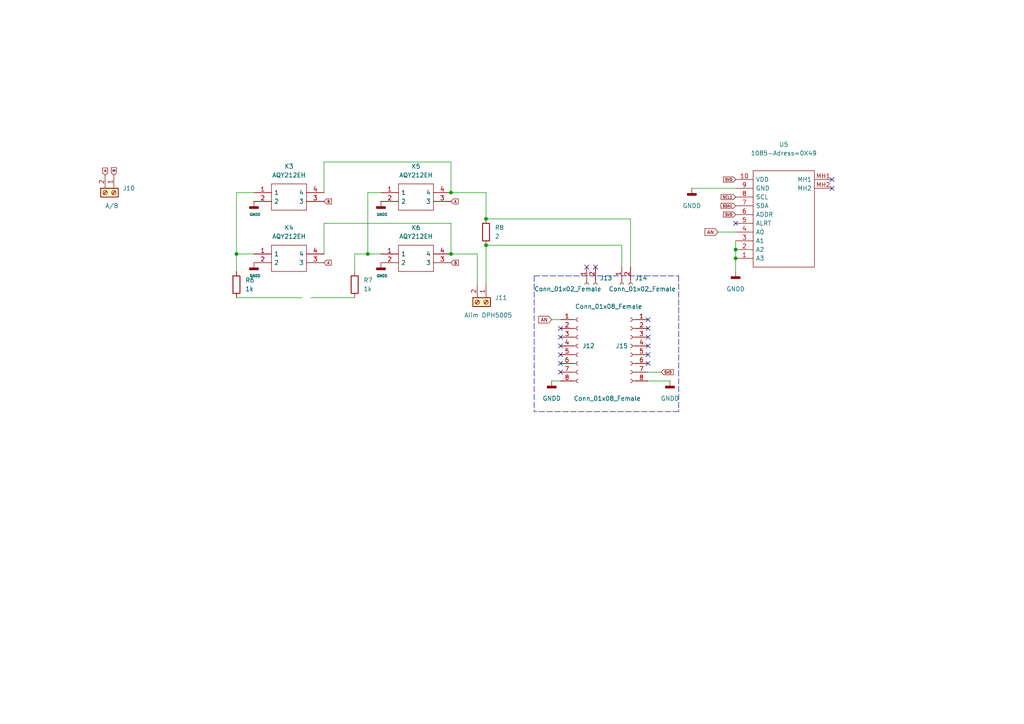
<source format=kicad_sch>
(kicad_sch (version 20211123) (generator eeschema)
  (paper "A4")
  (lib_symbols
    (symbol "1085_1" (pin_names (offset 0.762))
      (property "Reference" "IC" (at 24.13 7.62 0))
      (property "Value" "1085_1" (at 24.13 5.08 0))
      (symbol "1085_1_0_0"
        (pin passive line (at 0 -22.86 0) (length 5.08) (name "A3") (number "1"))
        (pin passive line (at 0 0 0) (length 5.08) (name "VDD") (number "10"))
        (pin passive line (at 0 -20.32 0) (length 5.08) (name "A2") (number "2"))
        (pin passive line (at 0 -17.78 0) (length 5.08) (name "A1") (number "3"))
        (pin passive line (at 0 -15.24 0) (length 5.08) (name "A0") (number "4"))
        (pin passive line (at 0 -12.7 0) (length 5.08) (name "ALRT") (number "5"))
        (pin passive line (at 0 -10.16 0) (length 5.08) (name "ADDR") (number "6"))
        (pin passive line (at 0 -7.62 0) (length 5.08) (name "SDA") (number "7"))
        (pin passive line (at 0 -5.08 0) (length 5.08) (name "SCL") (number "8"))
        (pin passive line (at 0 -2.54 0) (length 5.08) (name "GND") (number "9"))
        (pin passive line (at 27.94 0 180) (length 5.08) (name "MH1") (number "MH1"))
        (pin passive line (at 27.94 -2.54 180) (length 5.08) (name "MH2") (number "MH2"))
      )
      (symbol "1085_1_0_1"
        (polyline (pts (xy 5.08 2.54) (xy 22.86 2.54) (xy 22.86 -25.4) (xy 5.08 -25.4) (xy 5.08 2.54)) (stroke (width 0.1524)))
      )
    )
    (symbol "AQY211EH:AQY211EH" (pin_names (offset 0.762))
      (property "Reference" "K" (at 16.51 7.62 0))
      (property "Value" "AQY211EH" (at 16.51 5.08 0))
      (symbol "AQY211EH_0_0"
        (pin passive line (at 0 0 0) (length 5.08) (name "1") (number "1"))
        (pin passive line (at 0 -2.54 0) (length 5.08) (name "2") (number "2"))
        (pin passive line (at 20.32 -2.54 180) (length 5.08) (name "3") (number "3"))
        (pin passive line (at 20.32 0 180) (length 5.08) (name "4") (number "4"))
      )
      (symbol "AQY211EH_0_1"
        (polyline (pts (xy 5.08 2.54) (xy 15.24 2.54) (xy 15.24 -5.08) (xy 5.08 -5.08) (xy 5.08 2.54)) (stroke (width 0.1524)))
      )
    )
    (symbol "Connector:Conn_01x02_Female" (pin_names (offset 1.016) hide)
      (property "Reference" "J" (at 0 2.54 0))
      (property "Value" "Conn_01x02_Female" (at 0 -5.08 0))
      (symbol "Conn_01x02_Female_1_1"
        (arc (start 0 -2.032) (mid -0.508 -2.54) (end 0 -3.048) (stroke (width 0.1524)))
        (polyline (pts (xy -1.27 -2.54) (xy -0.508 -2.54)) (stroke (width 0.1524)))
        (polyline (pts (xy -1.27 0) (xy -0.508 0)) (stroke (width 0.1524)))
        (arc (start 0 0.508) (mid -0.508 0) (end 0 -0.508) (stroke (width 0.1524)))
        (pin passive line (at -5.08 0 0) (length 3.81) (name "Pin_1") (number "1"))
        (pin passive line (at -5.08 -2.54 0) (length 3.81) (name "Pin_2") (number "2"))
      )
    )
    (symbol "Connector:Conn_01x08_Female" (pin_names (offset 1.016) hide)
      (property "Reference" "J" (at 0 10.16 0))
      (property "Value" "Conn_01x08_Female" (at 0 -12.7 0))
      (symbol "Conn_01x08_Female_1_1"
        (arc (start 0 -9.652) (mid -0.508 -10.16) (end 0 -10.668) (stroke (width 0.1524)))
        (arc (start 0 -7.112) (mid -0.508 -7.62) (end 0 -8.128) (stroke (width 0.1524)))
        (arc (start 0 -4.572) (mid -0.508 -5.08) (end 0 -5.588) (stroke (width 0.1524)))
        (arc (start 0 -2.032) (mid -0.508 -2.54) (end 0 -3.048) (stroke (width 0.1524)))
        (polyline (pts (xy -1.27 -10.16) (xy -0.508 -10.16)) (stroke (width 0.1524)))
        (polyline (pts (xy -1.27 -7.62) (xy -0.508 -7.62)) (stroke (width 0.1524)))
        (polyline (pts (xy -1.27 -5.08) (xy -0.508 -5.08)) (stroke (width 0.1524)))
        (polyline (pts (xy -1.27 -2.54) (xy -0.508 -2.54)) (stroke (width 0.1524)))
        (polyline (pts (xy -1.27 0) (xy -0.508 0)) (stroke (width 0.1524)))
        (polyline (pts (xy -1.27 2.54) (xy -0.508 2.54)) (stroke (width 0.1524)))
        (polyline (pts (xy -1.27 5.08) (xy -0.508 5.08)) (stroke (width 0.1524)))
        (polyline (pts (xy -1.27 7.62) (xy -0.508 7.62)) (stroke (width 0.1524)))
        (arc (start 0 0.508) (mid -0.508 0) (end 0 -0.508) (stroke (width 0.1524)))
        (arc (start 0 3.048) (mid -0.508 2.54) (end 0 2.032) (stroke (width 0.1524)))
        (arc (start 0 5.588) (mid -0.508 5.08) (end 0 4.572) (stroke (width 0.1524)))
        (arc (start 0 8.128) (mid -0.508 7.62) (end 0 7.112) (stroke (width 0.1524)))
        (pin passive line (at -5.08 7.62 0) (length 3.81) (name "Pin_1") (number "1"))
        (pin passive line (at -5.08 5.08 0) (length 3.81) (name "Pin_2") (number "2"))
        (pin passive line (at -5.08 2.54 0) (length 3.81) (name "Pin_3") (number "3"))
        (pin passive line (at -5.08 0 0) (length 3.81) (name "Pin_4") (number "4"))
        (pin passive line (at -5.08 -2.54 0) (length 3.81) (name "Pin_5") (number "5"))
        (pin passive line (at -5.08 -5.08 0) (length 3.81) (name "Pin_6") (number "6"))
        (pin passive line (at -5.08 -7.62 0) (length 3.81) (name "Pin_7") (number "7"))
        (pin passive line (at -5.08 -10.16 0) (length 3.81) (name "Pin_8") (number "8"))
      )
    )
    (symbol "Connector:Screw_Terminal_01x02" (pin_names (offset 1.016) hide)
      (property "Reference" "J" (at 0 2.54 0))
      (property "Value" "Screw_Terminal_01x02" (at 0 -5.08 0))
      (symbol "Screw_Terminal_01x02_1_1"
        (rectangle (start -1.27 1.27) (end 1.27 -3.81) (stroke (width 0.254)) (fill (type background)))
        (circle (center 0 -2.54) (radius 0.635) (stroke (width 0.1524)))
        (polyline (pts (xy -0.5334 -2.2098) (xy 0.3302 -3.048)) (stroke (width 0.1524)))
        (polyline (pts (xy -0.5334 0.3302) (xy 0.3302 -0.508)) (stroke (width 0.1524)))
        (polyline (pts (xy -0.3556 -2.032) (xy 0.508 -2.8702)) (stroke (width 0.1524)))
        (polyline (pts (xy -0.3556 0.508) (xy 0.508 -0.3302)) (stroke (width 0.1524)))
        (circle (center 0 0) (radius 0.635) (stroke (width 0.1524)))
        (pin passive line (at -5.08 0 0) (length 3.81) (name "Pin_1") (number "1"))
        (pin passive line (at -5.08 -2.54 0) (length 3.81) (name "Pin_2") (number "2"))
      )
    )
    (symbol "Device:R" (pin_numbers hide) (pin_names (offset 0))
      (property "Reference" "R" (at 2.032 0 90))
      (property "Value" "R" (at 0 0 90))
      (symbol "R_0_1"
        (rectangle (start -1.016 -2.54) (end 1.016 2.54) (stroke (width 0.254)))
      )
      (symbol "R_1_1"
        (pin passive line (at 0 3.81 270) (length 1.27) (name "~") (number "1"))
        (pin passive line (at 0 -3.81 90) (length 1.27) (name "~") (number "2"))
      )
    )
    (symbol "power:GNDD" (power) (pin_names (offset 0))
      (property "Value" "GNDD" (at 0 -3.175 0))
      (symbol "GNDD_0_1"
        (rectangle (start -1.27 -1.524) (end 1.27 -2.032) (stroke (width 0.254)) (fill (type outline)))
        (polyline (pts (xy 0 0) (xy 0 -1.524)))
      )
      (symbol "GNDD_1_1"
        (pin power_in line (at 0 0 270) (length 0) hide (name "GNDD") (number "1"))
      )
    )
  )
  (junction (at 106.68 73.66))
  (junction (at 130.81 73.66))
  (junction (at 213.36 74.93))
  (junction (at 140.97 63.5))
  (junction (at 140.97 71.12))
  (junction (at 130.81 55.88))
  (junction (at 68.58 73.66))
  (junction (at 213.36 72.39))
  (no_connect (at 213.36 64.77))
  (no_connect (at 170.18 77.47))
  (no_connect (at 241.3 54.61))
  (no_connect (at 187.96 92.71))
  (no_connect (at 162.56 95.25))
  (no_connect (at 241.3 52.07))
  (no_connect (at 187.96 95.25))
  (no_connect (at 162.56 105.41))
  (no_connect (at 162.56 107.95))
  (no_connect (at 172.72 77.47))
  (no_connect (at 187.96 105.41))
  (no_connect (at 187.96 102.87))
  (no_connect (at 187.96 97.79))
  (no_connect (at 162.56 100.33))
  (no_connect (at 187.96 100.33))
  (no_connect (at 162.56 102.87))
  (no_connect (at 162.56 97.79))
  (wire (pts (xy 140.97 71.12) (xy 140.97 82.55)))
  (wire (pts (xy 68.58 73.66) (xy 68.58 78.74)))
  (wire (pts (xy 208.28 67.31) (xy 213.36 67.31)))
  (polyline (pts (xy 196.85 119.38) (xy 154.94 119.38)))
  (wire (pts (xy 182.88 77.47) (xy 182.88 63.5)))
  (wire (pts (xy 187.96 110.49) (xy 194.31 110.49)))
  (wire (pts (xy 73.66 55.88) (xy 68.58 55.88)))
  (wire (pts (xy 140.97 55.88) (xy 140.97 63.5)))
  (wire (pts (xy 93.98 64.77) (xy 130.81 64.77)))
  (polyline (pts (xy 154.94 80.01) (xy 154.94 119.38)))
  (wire (pts (xy 68.58 55.88) (xy 68.58 73.66)))
  (wire (pts (xy 160.02 92.71) (xy 162.56 92.71)))
  (wire (pts (xy 106.68 73.66) (xy 110.49 73.66)))
  (wire (pts (xy 130.81 64.77) (xy 130.81 73.66)))
  (wire (pts (xy 68.58 73.66) (xy 73.66 73.66)))
  (wire (pts (xy 130.81 55.88) (xy 140.97 55.88)))
  (wire (pts (xy 93.98 64.77) (xy 93.98 73.66)))
  (polyline (pts (xy 154.94 80.01) (xy 196.85 80.01)))
  (wire (pts (xy 102.87 73.66) (xy 106.68 73.66)))
  (wire (pts (xy 93.98 46.99) (xy 93.98 55.88)))
  (wire (pts (xy 68.58 86.36) (xy 87.63 86.36)))
  (wire (pts (xy 140.97 71.12) (xy 180.34 71.12)))
  (wire (pts (xy 160.02 110.49) (xy 162.56 110.49)))
  (wire (pts (xy 138.43 82.55) (xy 138.43 73.66)))
  (wire (pts (xy 102.87 73.66) (xy 102.87 78.74)))
  (wire (pts (xy 213.36 69.85) (xy 213.36 72.39)))
  (wire (pts (xy 180.34 71.12) (xy 180.34 77.47)))
  (wire (pts (xy 93.98 46.99) (xy 130.81 46.99)))
  (polyline (pts (xy 196.85 80.01) (xy 196.85 119.38)))
  (wire (pts (xy 110.49 55.88) (xy 106.68 55.88)))
  (wire (pts (xy 200.66 54.61) (xy 213.36 54.61)))
  (wire (pts (xy 213.36 72.39) (xy 213.36 74.93)))
  (wire (pts (xy 130.81 46.99) (xy 130.81 55.88)))
  (wire (pts (xy 138.43 73.66) (xy 130.81 73.66)))
  (wire (pts (xy 182.88 63.5) (xy 140.97 63.5)))
  (wire (pts (xy 213.36 74.93) (xy 213.36 78.74)))
  (wire (pts (xy 106.68 55.88) (xy 106.68 73.66)))
  (wire (pts (xy 90.17 86.36) (xy 102.87 86.36)))
  (wire (pts (xy 187.96 107.95) (xy 191.77 107.95)))
  (global_label "A" (shape input) (at 130.81 58.42 0) (effects (font (size 0.75 0.75))) (property "Intersheet References" "${INTERSHEET_REFS}" (effects hide)))
  (global_label "B" (shape input) (at 93.98 58.42 0) (effects (font (size 0.75 0.75))) (property "Intersheet References" "${INTERSHEET_REFS}" (effects hide)))
  (global_label "A" (shape input) (at 30.48 50.8 90) (effects (font (size 0.75 0.75))) (property "Intersheet References" "${INTERSHEET_REFS}" (effects hide)))
  (global_label "B" (shape input) (at 130.81 76.2 0) (effects (font (size 0.75 0.75))) (property "Intersheet References" "${INTERSHEET_REFS}" (effects hide)))
  (global_label "SCL1" (shape input) (at 213.36 57.15 180) (effects (font (size 0.75 0.75))) (property "Intersheet References" "${INTERSHEET_REFS}" (effects hide)))
  (global_label "5VD" (shape input) (at 213.36 52.07 180) (effects (font (size 0.75 0.75))) (property "Intersheet References" "${INTERSHEET_REFS}" (effects hide)))
  (global_label "5VD" (shape input) (at 191.77 107.95 0) (effects (font (size 0.75 0.75))) (property "Intersheet References" "${INTERSHEET_REFS}" (effects hide)))
  (global_label "A" (shape input) (at 93.98 76.2 0) (effects (font (size 0.75 0.75))) (property "Intersheet References" "${INTERSHEET_REFS}" (effects hide)))
  (global_label "SDA1" (shape input) (at 213.36 59.69 180) (effects (font (size 0.75 0.75))) (property "Intersheet References" "${INTERSHEET_REFS}" (effects hide)))
  (global_label "AN" (shape input) (at 208.28 67.31 180) (effects (font (size 1 1))) (property "Intersheet References" "${INTERSHEET_REFS}" (effects hide)))
  (global_label "5VD" (shape input) (at 213.36 62.23 180) (effects (font (size 0.75 0.75))) (property "Intersheet References" "${INTERSHEET_REFS}" (effects hide)))
  (global_label "AN" (shape input) (at 160.02 92.71 180) (effects (font (size 1 1))) (property "Intersheet References" "${INTERSHEET_REFS}" (effects hide)))
  (global_label "B" (shape input) (at 33.02 50.8 90) (effects (font (size 0.75 0.75))) (property "Intersheet References" "${INTERSHEET_REFS}" (effects hide)))
  (symbol (lib_id "AQY211EH:AQY211EH") (at 73.66 55.88 0) (unit 1)
    (property "Reference" "K3" (at 83.82 48.26 0))
    (property "Value" "AQY212EH" (at 83.82 50.8 0))
    (property "Footprint" "AQY211EH:DIP762W47P254L478H340Q4N" (effects hide))
    (property "Datasheet" "https://industrial.panasonic.com/ac/cdn/e/control/relay/photomos/catalog/semi_eng_ge1a_aqy21_e.pdf" (effects hide))
    (property "Description" "Relay" (effects hide))
    (property "Height" "3.4" (effects hide))
    (property "Manufacturer_Name" "Panasonic" (effects hide))
    (property "Manufacturer_Part_Number" "AQY211EH" (effects hide))
    (property "Mouser Part Number" "769-AQY211EH" (effects hide))
    (property "Mouser Price/Stock" "https://www.mouser.co.uk/ProductDetail/Panasonic-Industrial-Devices/AQY211EH?qs=wKtUvITRialGIU8hcM7DvQ%3D%3D" (effects hide))
    (property "Arrow Part Number" "AQY211EH" (effects hide))
    (property "Arrow Price/Stock" "https://www.arrow.com/en/products/aqy211eh/panasonic?region=nac" (effects hide))
  )
  (symbol (lib_id "Connector:Conn_01x02_Female") (at 170.18 82.55 90) (mirror x) (unit 1)
    (property "Reference" "J13" (at 173.99 80.6449 90) (effects (justify right)))
    (property "Value" "Conn_01x02_Female" (at 154.94 83.82 90) (effects (justify right)))
    (property "Footprint" "Connector_PinHeader_2.54mm:PinHeader_1x02_P2.54mm_Vertical" (effects hide))
  )
  (symbol (lib_id "power:GNDD") (at 200.66 54.61 0) (unit 1)
    (property "Reference" "#PWR036" (effects hide))
    (property "Value" "GNDD" (at 200.66 59.69 0))
  )
  (symbol (lib_id "AQY211EH:AQY211EH") (at 110.49 55.88 0) (unit 1)
    (property "Reference" "K5" (at 120.65 48.26 0))
    (property "Value" "AQY212EH" (at 120.65 50.8 0))
    (property "Footprint" "AQY211EH:DIP762W47P254L478H340Q4N" (effects hide))
    (property "Datasheet" "https://industrial.panasonic.com/ac/cdn/e/control/relay/photomos/catalog/semi_eng_ge1a_aqy21_e.pdf" (effects hide))
    (property "Description" "Relay" (effects hide))
    (property "Height" "3.4" (effects hide))
    (property "Manufacturer_Name" "Panasonic" (effects hide))
    (property "Manufacturer_Part_Number" "AQY211EH" (effects hide))
    (property "Mouser Part Number" "769-AQY211EH" (effects hide))
    (property "Mouser Price/Stock" "https://www.mouser.co.uk/ProductDetail/Panasonic-Industrial-Devices/AQY211EH?qs=wKtUvITRialGIU8hcM7DvQ%3D%3D" (effects hide))
    (property "Arrow Part Number" "AQY211EH" (effects hide))
    (property "Arrow Price/Stock" "https://www.arrow.com/en/products/aqy211eh/panasonic?region=nac" (effects hide))
  )
  (symbol (lib_id "power:GNDD") (at 110.49 76.2 0) (unit 1)
    (property "Reference" "#PWR026" (effects hide))
    (property "Value" "GNDD" (at 109.22 80.01 0) (effects (font (size 0.75 0.75)) (justify left)))
  )
  (symbol (lib_id "AQY211EH:AQY211EH") (at 110.49 73.66 0) (unit 1)
    (property "Reference" "K6" (at 120.65 66.04 0))
    (property "Value" "AQY212EH" (at 120.65 68.58 0))
    (property "Footprint" "AQY211EH:DIP762W47P254L478H340Q4N" (effects hide))
    (property "Datasheet" "https://industrial.panasonic.com/ac/cdn/e/control/relay/photomos/catalog/semi_eng_ge1a_aqy21_e.pdf" (effects hide))
    (property "Description" "Relay" (effects hide))
    (property "Height" "3.4" (effects hide))
    (property "Manufacturer_Name" "Panasonic" (effects hide))
    (property "Manufacturer_Part_Number" "AQY211EH" (effects hide))
    (property "Mouser Part Number" "769-AQY211EH" (effects hide))
    (property "Mouser Price/Stock" "https://www.mouser.co.uk/ProductDetail/Panasonic-Industrial-Devices/AQY211EH?qs=wKtUvITRialGIU8hcM7DvQ%3D%3D" (effects hide))
    (property "Arrow Part Number" "AQY211EH" (effects hide))
    (property "Arrow Price/Stock" "https://www.arrow.com/en/products/aqy211eh/panasonic?region=nac" (effects hide))
  )
  (symbol (lib_id "power:GNDD") (at 73.66 76.2 0) (unit 1)
    (property "Reference" "#PWR024" (effects hide))
    (property "Value" "GNDD" (at 72.39 80.01 0) (effects (font (size 0.75 0.75)) (justify left)))
  )
  (symbol (lib_id "Device:R") (at 102.87 82.55 0) (unit 1)
    (property "Reference" "R7" (at 105.41 81.2799 0) (effects (justify left)))
    (property "Value" "1k" (at 105.41 83.8199 0) (effects (justify left)))
    (property "Footprint" "Resistor_THT:R_Axial_DIN0207_L6.3mm_D2.5mm_P7.62mm_Horizontal" (effects hide))
  )
  (symbol (lib_id "power:GNDD") (at 73.66 58.42 0) (unit 1)
    (property "Reference" "#PWR023" (effects hide))
    (property "Value" "GNDD" (at 72.39 62.23 0) (effects (font (size 0.75 0.75)) (justify left)))
  )
  (symbol (lib_id "Connector:Screw_Terminal_01x02") (at 140.97 87.63 270) (unit 1)
    (property "Reference" "J11" (at 143.51 86.3599 90) (effects (justify left)))
    (property "Value" "Alim DPH5005" (at 134.62 91.44 90) (effects (justify left)))
    (property "Footprint" "TerminalBlock_Phoenix:TerminalBlock_Phoenix_MKDS-1,5-2-5.08_1x02_P5.08mm_Horizontal" (effects hide))
  )
  (symbol (lib_name "1085_1") (lib_id "1085:1085") (at 213.36 52.07 0) (unit 1)
    (property "Reference" "U5" (at 227.33 41.91 0))
    (property "Value" "1085-Adress=0X49" (at 227.33 44.45 0))
    (property "Footprint" "1085:1085" (effects hide))
    (property "Datasheet" "https://cdn-shop.adafruit.com/datasheets/ads1115.pdf" (effects hide))
    (property "MANUFACTURER" "Adafruit" (effects hide))
    (property "MAXIMUM_PACKAGE_HEIGHT" "N/A" (effects hide))
    (property "PARTREV" "N/A" (effects hide))
    (property "STANDARD" "Manufacturer Recommendations" (effects hide))
    (property "Description" "Data Conversion IC Development Tools ADS1115 16-Bit ADC - 4 Channel with Programmable Gain Amplifier" (effects hide))
    (property "Height" "5" (effects hide))
    (property "Manufacturer_Name" "Adafruit" (effects hide))
    (property "Manufacturer_Part_Number" "1085" (effects hide))
    (property "Mouser Part Number" "485-1085" (effects hide))
    (property "Mouser Price/Stock" "https://www.mouser.co.uk/ProductDetail/Adafruit/1085?qs=GURawfaeGuCW8oufi8WauA%3D%3D" (effects hide))
    (property "Arrow Part Number" "1085" (effects hide))
    (property "Arrow Price/Stock" "https://www.arrow.com/en/products/1085/adafruit-industries?region=nac" (effects hide))
  )
  (symbol (lib_id "Connector:Conn_01x02_Female") (at 180.34 82.55 90) (mirror x) (unit 1)
    (property "Reference" "J14" (at 184.15 80.6449 90) (effects (justify right)))
    (property "Value" "Conn_01x02_Female" (at 176.53 83.82 90) (effects (justify right)))
    (property "Footprint" "Connector_PinHeader_2.54mm:PinHeader_1x02_P2.54mm_Vertical" (effects hide))
  )
  (symbol (lib_id "power:GNDD") (at 194.31 110.49 0) (unit 1)
    (property "Reference" "#PWR035" (effects hide))
    (property "Value" "GNDD" (at 194.31 115.57 0))
  )
  (symbol (lib_id "power:GNDD") (at 110.49 58.42 0) (unit 1)
    (property "Reference" "#PWR025" (effects hide))
    (property "Value" "GNDD" (at 109.22 62.23 0) (effects (font (size 0.75 0.75)) (justify left)))
  )
  (symbol (lib_id "Connector:Conn_01x08_Female") (at 182.88 100.33 0) (mirror y) (unit 1)
    (property "Reference" "J15" (at 180.34 100.33 0))
    (property "Value" "Conn_01x08_Female" (at 176.53 88.9 0))
    (property "Footprint" "Connector_PinHeader_2.54mm:PinHeader_1x08_P2.54mm_Vertical" (effects hide))
  )
  (symbol (lib_id "power:GNDD") (at 160.02 110.49 0) (unit 1)
    (property "Reference" "#PWR034" (effects hide))
    (property "Value" "GNDD" (at 160.02 115.57 0))
  )
  (symbol (lib_id "AQY211EH:AQY211EH") (at 73.66 73.66 0) (unit 1)
    (property "Reference" "K4" (at 83.82 66.04 0))
    (property "Value" "AQY212EH" (at 83.82 68.58 0))
    (property "Footprint" "AQY211EH:DIP762W47P254L478H340Q4N" (effects hide))
    (property "Datasheet" "https://industrial.panasonic.com/ac/cdn/e/control/relay/photomos/catalog/semi_eng_ge1a_aqy21_e.pdf" (effects hide))
    (property "Description" "Relay" (effects hide))
    (property "Height" "3.4" (effects hide))
    (property "Manufacturer_Name" "Panasonic" (effects hide))
    (property "Manufacturer_Part_Number" "AQY211EH" (effects hide))
    (property "Mouser Part Number" "769-AQY211EH" (effects hide))
    (property "Mouser Price/Stock" "https://www.mouser.co.uk/ProductDetail/Panasonic-Industrial-Devices/AQY211EH?qs=wKtUvITRialGIU8hcM7DvQ%3D%3D" (effects hide))
    (property "Arrow Part Number" "AQY211EH" (effects hide))
    (property "Arrow Price/Stock" "https://www.arrow.com/en/products/aqy211eh/panasonic?region=nac" (effects hide))
  )
  (symbol (lib_id "Connector:Conn_01x08_Female") (at 167.64 100.33 0) (unit 1)
    (property "Reference" "J12" (at 168.91 100.33 0) (effects (justify left)))
    (property "Value" "Conn_01x08_Female" (at 166.37 115.57 0) (effects (justify left)))
    (property "Footprint" "Connector_PinHeader_2.54mm:PinHeader_1x08_P2.54mm_Vertical" (effects hide))
  )
  (symbol (lib_id "Connector:Screw_Terminal_01x02") (at 33.02 55.88 270) (unit 1)
    (property "Reference" "J10" (at 35.56 54.6099 90) (effects (justify left)))
    (property "Value" "A/B" (at 30.48 59.69 90) (effects (justify left)))
    (property "Footprint" "TerminalBlock_Phoenix:TerminalBlock_Phoenix_MKDS-1,5-2-5.08_1x02_P5.08mm_Horizontal" (effects hide))
  )
  (symbol (lib_id "power:GNDD") (at 213.36 78.74 0) (unit 1)
    (property "Reference" "#PWR037" (effects hide))
    (property "Value" "GNDD" (at 213.36 83.82 0))
  )
  (symbol (lib_id "Device:R") (at 68.58 82.55 0) (unit 1)
    (property "Reference" "R6" (at 71.12 81.2799 0) (effects (justify left)))
    (property "Value" "1k" (at 71.12 83.8199 0) (effects (justify left)))
    (property "Footprint" "Resistor_THT:R_Axial_DIN0207_L6.3mm_D2.5mm_P7.62mm_Horizontal" (effects hide))
  )
  (symbol (lib_id "Device:R") (at 140.97 67.31 0) (unit 1)
    (property "Reference" "R8" (at 143.51 66.0399 0) (effects (justify left)))
    (property "Value" "2" (at 143.51 68.5799 0) (effects (justify left)))
    (property "Footprint" "Resistor_THT:R_Axial_DIN0414_L11.9mm_D4.5mm_P20.32mm_Horizontal" (effects hide))
  )
)
</source>
